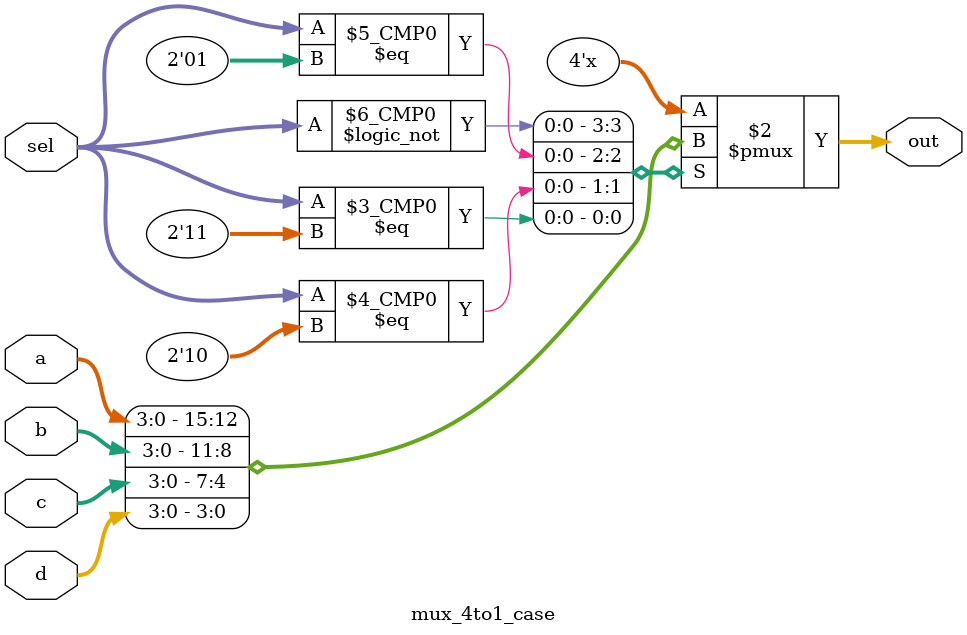
<source format=v>
module mux_4to1_case ( input [3:0] a,                 // 4-bit input called a  
                       input [3:0] b,                 // 4-bit input called b  
                       input [3:0] c,                 // 4-bit input called c  
                       input [3:0] d,                 // 4-bit input called d  
                       input [1:0] sel,               // input sel used to select between a,b,c,d  
                       output reg [3:0] out);         // 4-bit output based on input sel  
  
   // This always block gets executed whenever a/b/c/d/sel changes value  
   // When it happens, output is assigned to either a/b/c/d  
   always @ (a or b or c or d or sel) begin  
      case (sel)  
         2'b00 : out <= a;  
         2'b01 : out <= b;  
         2'b10 : out <= c;  
         2'b11 : out <= d;  
      endcase  
   end  
endmodule  
</source>
